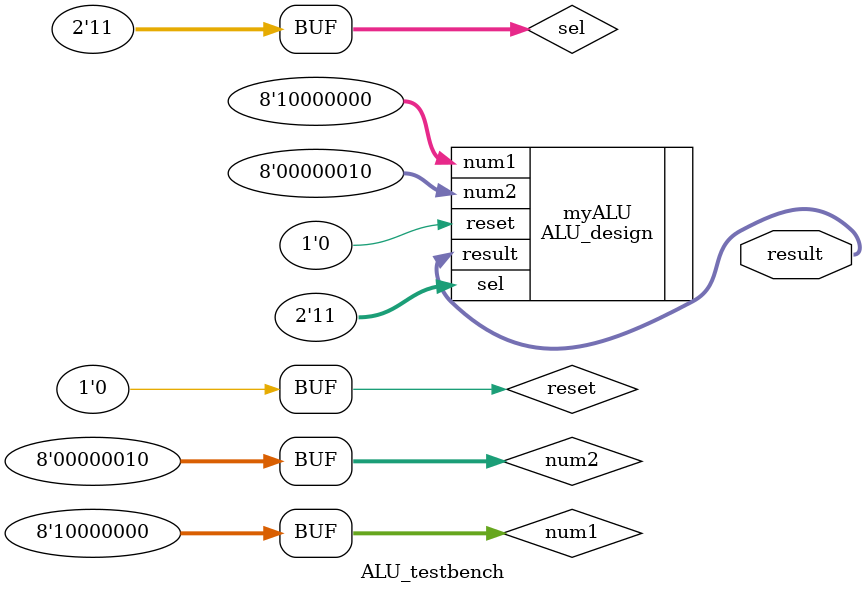
<source format=sv>
`timescale 1 ns/1 ns

module ALU_testbench(result);
	reg [7:0] num1;
	reg [7:0] num2;
	reg reset;
	reg [1:0] sel;
	output [15:0] result;
	
	ALU_design myALU(.reset(reset), .num1(num1), .num2(num2), .result(result), .sel(sel));
	
	initial begin
		// test addition
		reset = 0;
		sel = 0;
		num1 = 8'b10000000;
		num2 = 8'b00000001;
		// should get 1111 1111 1000 0001
		#50;
		
		reset = 1;
		#50; 
		
		// test subtraction
		reset = 0;
		sel = 1;
		//
		#50;
		
		reset = 1;
		#50;
		
		// test multiplication
		reset = 0;
		sel = 2;
		// should be 0000 0000 1000 0000
		#50;
		
		reset = 1;
		#50;
		
		// test divider
		reset = 0;
		sel = 3;
		num2 = 8'b00000010;
		// should be 1111 1111 1110 0000
		#50;
	end

endmodule 
</source>
